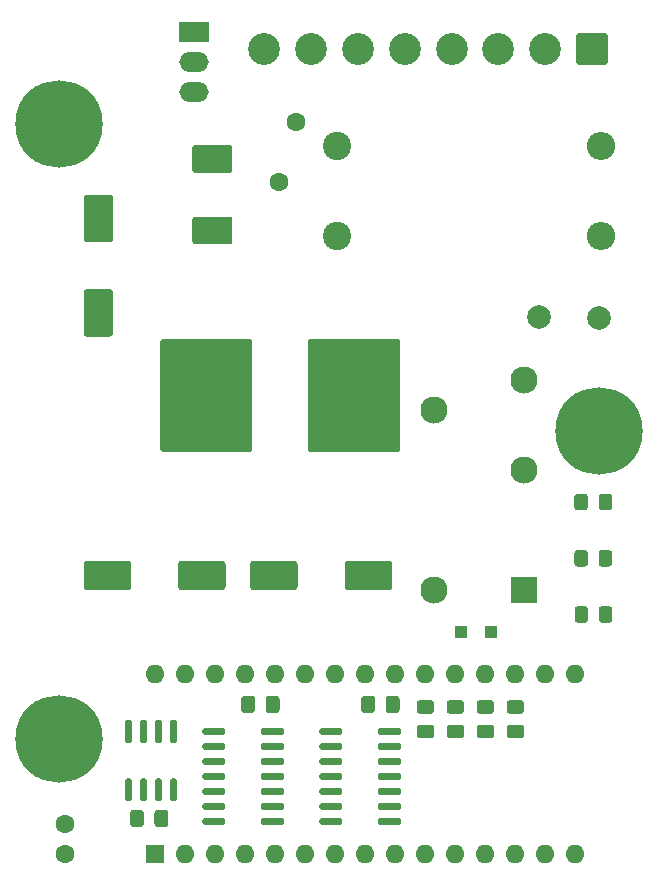
<source format=gbr>
%TF.GenerationSoftware,KiCad,Pcbnew,5.1.9-73d0e3b20d~88~ubuntu20.04.1*%
%TF.CreationDate,2021-01-20T22:49:51-06:00*%
%TF.ProjectId,control_board,636f6e74-726f-46c5-9f62-6f6172642e6b,rev?*%
%TF.SameCoordinates,Original*%
%TF.FileFunction,Soldermask,Top*%
%TF.FilePolarity,Negative*%
%FSLAX46Y46*%
G04 Gerber Fmt 4.6, Leading zero omitted, Abs format (unit mm)*
G04 Created by KiCad (PCBNEW 5.1.9-73d0e3b20d~88~ubuntu20.04.1) date 2021-01-20 22:49:51*
%MOMM*%
%LPD*%
G01*
G04 APERTURE LIST*
%ADD10C,7.400000*%
%ADD11O,2.400000X2.400000*%
%ADD12C,2.400000*%
%ADD13R,1.600000X1.600000*%
%ADD14O,1.600000X1.600000*%
%ADD15R,1.000000X1.000000*%
%ADD16C,2.000000*%
%ADD17C,2.700000*%
%ADD18R,2.300000X2.300000*%
%ADD19C,2.300000*%
%ADD20C,1.600000*%
%ADD21R,2.500000X1.700000*%
%ADD22O,2.500000X1.700000*%
G04 APERTURE END LIST*
D10*
%TO.C,REF\u002A\u002A*%
X113030000Y-36195000D03*
%TD*%
%TO.C,REF\u002A\u002A*%
X113030000Y-88265000D03*
%TD*%
%TO.C,REF\u002A\u002A*%
X158750000Y-62230000D03*
%TD*%
D11*
%TO.C,F1*%
X158925000Y-38100000D03*
D12*
X136525000Y-38100000D03*
%TD*%
D13*
%TO.C,A1*%
X121158000Y-98044000D03*
D14*
X154178000Y-82804000D03*
X123698000Y-98044000D03*
X151638000Y-82804000D03*
X126238000Y-98044000D03*
X149098000Y-82804000D03*
X128778000Y-98044000D03*
X146558000Y-82804000D03*
X131318000Y-98044000D03*
X144018000Y-82804000D03*
X133858000Y-98044000D03*
X141478000Y-82804000D03*
X136398000Y-98044000D03*
X138938000Y-82804000D03*
X138938000Y-98044000D03*
X136398000Y-82804000D03*
X141478000Y-98044000D03*
X133858000Y-82804000D03*
X144018000Y-98044000D03*
X131318000Y-82804000D03*
X146558000Y-98044000D03*
X128778000Y-82804000D03*
X149098000Y-98044000D03*
X126238000Y-82804000D03*
X151638000Y-98044000D03*
X123698000Y-82804000D03*
X154178000Y-98044000D03*
X121158000Y-82804000D03*
X156718000Y-98044000D03*
X156718000Y-82804000D03*
%TD*%
%TO.C,C3*%
G36*
G01*
X115094000Y-75422000D02*
X115094000Y-73422000D01*
G75*
G02*
X115344000Y-73172000I250000J0D01*
G01*
X118844000Y-73172000D01*
G75*
G02*
X119094000Y-73422000I0J-250000D01*
G01*
X119094000Y-75422000D01*
G75*
G02*
X118844000Y-75672000I-250000J0D01*
G01*
X115344000Y-75672000D01*
G75*
G02*
X115094000Y-75422000I0J250000D01*
G01*
G37*
G36*
G01*
X123094000Y-75422000D02*
X123094000Y-73422000D01*
G75*
G02*
X123344000Y-73172000I250000J0D01*
G01*
X126844000Y-73172000D01*
G75*
G02*
X127094000Y-73422000I0J-250000D01*
G01*
X127094000Y-75422000D01*
G75*
G02*
X126844000Y-75672000I-250000J0D01*
G01*
X123344000Y-75672000D01*
G75*
G02*
X123094000Y-75422000I0J250000D01*
G01*
G37*
%TD*%
%TO.C,C4*%
G36*
G01*
X141192000Y-73422000D02*
X141192000Y-75422000D01*
G75*
G02*
X140942000Y-75672000I-250000J0D01*
G01*
X137442000Y-75672000D01*
G75*
G02*
X137192000Y-75422000I0J250000D01*
G01*
X137192000Y-73422000D01*
G75*
G02*
X137442000Y-73172000I250000J0D01*
G01*
X140942000Y-73172000D01*
G75*
G02*
X141192000Y-73422000I0J-250000D01*
G01*
G37*
G36*
G01*
X133192000Y-73422000D02*
X133192000Y-75422000D01*
G75*
G02*
X132942000Y-75672000I-250000J0D01*
G01*
X129442000Y-75672000D01*
G75*
G02*
X129192000Y-75422000I0J250000D01*
G01*
X129192000Y-73422000D01*
G75*
G02*
X129442000Y-73172000I250000J0D01*
G01*
X132942000Y-73172000D01*
G75*
G02*
X133192000Y-73422000I0J-250000D01*
G01*
G37*
%TD*%
%TO.C,C1*%
G36*
G01*
X121576000Y-63732003D02*
X121576000Y-54631997D01*
G75*
G02*
X121825997Y-54382000I249997J0D01*
G01*
X129126003Y-54382000D01*
G75*
G02*
X129376000Y-54631997I0J-249997D01*
G01*
X129376000Y-63732003D01*
G75*
G02*
X129126003Y-63982000I-249997J0D01*
G01*
X121825997Y-63982000D01*
G75*
G02*
X121576000Y-63732003I0J249997D01*
G01*
G37*
G36*
G01*
X134076000Y-63732003D02*
X134076000Y-54631997D01*
G75*
G02*
X134325997Y-54382000I249997J0D01*
G01*
X141626003Y-54382000D01*
G75*
G02*
X141876000Y-54631997I0J-249997D01*
G01*
X141876000Y-63732003D01*
G75*
G02*
X141626003Y-63982000I-249997J0D01*
G01*
X134325997Y-63982000D01*
G75*
G02*
X134076000Y-63732003I0J249997D01*
G01*
G37*
%TD*%
%TO.C,C2*%
G36*
G01*
X117332000Y-46196000D02*
X115332000Y-46196000D01*
G75*
G02*
X115082000Y-45946000I0J250000D01*
G01*
X115082000Y-42446000D01*
G75*
G02*
X115332000Y-42196000I250000J0D01*
G01*
X117332000Y-42196000D01*
G75*
G02*
X117582000Y-42446000I0J-250000D01*
G01*
X117582000Y-45946000D01*
G75*
G02*
X117332000Y-46196000I-250000J0D01*
G01*
G37*
G36*
G01*
X117332000Y-54196000D02*
X115332000Y-54196000D01*
G75*
G02*
X115082000Y-53946000I0J250000D01*
G01*
X115082000Y-50446000D01*
G75*
G02*
X115332000Y-50196000I250000J0D01*
G01*
X117332000Y-50196000D01*
G75*
G02*
X117582000Y-50446000I0J-250000D01*
G01*
X117582000Y-53946000D01*
G75*
G02*
X117332000Y-54196000I-250000J0D01*
G01*
G37*
%TD*%
%TO.C,C5*%
G36*
G01*
X140658000Y-85819000D02*
X140658000Y-84869000D01*
G75*
G02*
X140908000Y-84619000I250000J0D01*
G01*
X141583000Y-84619000D01*
G75*
G02*
X141833000Y-84869000I0J-250000D01*
G01*
X141833000Y-85819000D01*
G75*
G02*
X141583000Y-86069000I-250000J0D01*
G01*
X140908000Y-86069000D01*
G75*
G02*
X140658000Y-85819000I0J250000D01*
G01*
G37*
G36*
G01*
X138583000Y-85819000D02*
X138583000Y-84869000D01*
G75*
G02*
X138833000Y-84619000I250000J0D01*
G01*
X139508000Y-84619000D01*
G75*
G02*
X139758000Y-84869000I0J-250000D01*
G01*
X139758000Y-85819000D01*
G75*
G02*
X139508000Y-86069000I-250000J0D01*
G01*
X138833000Y-86069000D01*
G75*
G02*
X138583000Y-85819000I0J250000D01*
G01*
G37*
%TD*%
%TO.C,C6*%
G36*
G01*
X128423000Y-85819000D02*
X128423000Y-84869000D01*
G75*
G02*
X128673000Y-84619000I250000J0D01*
G01*
X129348000Y-84619000D01*
G75*
G02*
X129598000Y-84869000I0J-250000D01*
G01*
X129598000Y-85819000D01*
G75*
G02*
X129348000Y-86069000I-250000J0D01*
G01*
X128673000Y-86069000D01*
G75*
G02*
X128423000Y-85819000I0J250000D01*
G01*
G37*
G36*
G01*
X130498000Y-85819000D02*
X130498000Y-84869000D01*
G75*
G02*
X130748000Y-84619000I250000J0D01*
G01*
X131423000Y-84619000D01*
G75*
G02*
X131673000Y-84869000I0J-250000D01*
G01*
X131673000Y-85819000D01*
G75*
G02*
X131423000Y-86069000I-250000J0D01*
G01*
X130748000Y-86069000D01*
G75*
G02*
X130498000Y-85819000I0J250000D01*
G01*
G37*
%TD*%
%TO.C,C7*%
G36*
G01*
X151163000Y-84967500D02*
X152113000Y-84967500D01*
G75*
G02*
X152363000Y-85217500I0J-250000D01*
G01*
X152363000Y-85892500D01*
G75*
G02*
X152113000Y-86142500I-250000J0D01*
G01*
X151163000Y-86142500D01*
G75*
G02*
X150913000Y-85892500I0J250000D01*
G01*
X150913000Y-85217500D01*
G75*
G02*
X151163000Y-84967500I250000J0D01*
G01*
G37*
G36*
G01*
X151163000Y-87042500D02*
X152113000Y-87042500D01*
G75*
G02*
X152363000Y-87292500I0J-250000D01*
G01*
X152363000Y-87967500D01*
G75*
G02*
X152113000Y-88217500I-250000J0D01*
G01*
X151163000Y-88217500D01*
G75*
G02*
X150913000Y-87967500I0J250000D01*
G01*
X150913000Y-87292500D01*
G75*
G02*
X151163000Y-87042500I250000J0D01*
G01*
G37*
%TD*%
%TO.C,C8*%
G36*
G01*
X148623000Y-84967500D02*
X149573000Y-84967500D01*
G75*
G02*
X149823000Y-85217500I0J-250000D01*
G01*
X149823000Y-85892500D01*
G75*
G02*
X149573000Y-86142500I-250000J0D01*
G01*
X148623000Y-86142500D01*
G75*
G02*
X148373000Y-85892500I0J250000D01*
G01*
X148373000Y-85217500D01*
G75*
G02*
X148623000Y-84967500I250000J0D01*
G01*
G37*
G36*
G01*
X148623000Y-87042500D02*
X149573000Y-87042500D01*
G75*
G02*
X149823000Y-87292500I0J-250000D01*
G01*
X149823000Y-87967500D01*
G75*
G02*
X149573000Y-88217500I-250000J0D01*
G01*
X148623000Y-88217500D01*
G75*
G02*
X148373000Y-87967500I0J250000D01*
G01*
X148373000Y-87292500D01*
G75*
G02*
X148623000Y-87042500I250000J0D01*
G01*
G37*
%TD*%
%TO.C,C9*%
G36*
G01*
X146083000Y-87042500D02*
X147033000Y-87042500D01*
G75*
G02*
X147283000Y-87292500I0J-250000D01*
G01*
X147283000Y-87967500D01*
G75*
G02*
X147033000Y-88217500I-250000J0D01*
G01*
X146083000Y-88217500D01*
G75*
G02*
X145833000Y-87967500I0J250000D01*
G01*
X145833000Y-87292500D01*
G75*
G02*
X146083000Y-87042500I250000J0D01*
G01*
G37*
G36*
G01*
X146083000Y-84967500D02*
X147033000Y-84967500D01*
G75*
G02*
X147283000Y-85217500I0J-250000D01*
G01*
X147283000Y-85892500D01*
G75*
G02*
X147033000Y-86142500I-250000J0D01*
G01*
X146083000Y-86142500D01*
G75*
G02*
X145833000Y-85892500I0J250000D01*
G01*
X145833000Y-85217500D01*
G75*
G02*
X146083000Y-84967500I250000J0D01*
G01*
G37*
%TD*%
%TO.C,C10*%
G36*
G01*
X143543000Y-84967500D02*
X144493000Y-84967500D01*
G75*
G02*
X144743000Y-85217500I0J-250000D01*
G01*
X144743000Y-85892500D01*
G75*
G02*
X144493000Y-86142500I-250000J0D01*
G01*
X143543000Y-86142500D01*
G75*
G02*
X143293000Y-85892500I0J250000D01*
G01*
X143293000Y-85217500D01*
G75*
G02*
X143543000Y-84967500I250000J0D01*
G01*
G37*
G36*
G01*
X143543000Y-87042500D02*
X144493000Y-87042500D01*
G75*
G02*
X144743000Y-87292500I0J-250000D01*
G01*
X144743000Y-87967500D01*
G75*
G02*
X144493000Y-88217500I-250000J0D01*
G01*
X143543000Y-88217500D01*
G75*
G02*
X143293000Y-87967500I0J250000D01*
G01*
X143293000Y-87292500D01*
G75*
G02*
X143543000Y-87042500I250000J0D01*
G01*
G37*
%TD*%
%TO.C,C11*%
G36*
G01*
X121078500Y-95471000D02*
X121078500Y-94521000D01*
G75*
G02*
X121328500Y-94271000I250000J0D01*
G01*
X122003500Y-94271000D01*
G75*
G02*
X122253500Y-94521000I0J-250000D01*
G01*
X122253500Y-95471000D01*
G75*
G02*
X122003500Y-95721000I-250000J0D01*
G01*
X121328500Y-95721000D01*
G75*
G02*
X121078500Y-95471000I0J250000D01*
G01*
G37*
G36*
G01*
X119003500Y-95471000D02*
X119003500Y-94521000D01*
G75*
G02*
X119253500Y-94271000I250000J0D01*
G01*
X119928500Y-94271000D01*
G75*
G02*
X120178500Y-94521000I0J-250000D01*
G01*
X120178500Y-95471000D01*
G75*
G02*
X119928500Y-95721000I-250000J0D01*
G01*
X119253500Y-95721000D01*
G75*
G02*
X119003500Y-95471000I0J250000D01*
G01*
G37*
%TD*%
D15*
%TO.C,D3*%
X147066000Y-79248000D03*
X149566000Y-79248000D03*
%TD*%
%TO.C,D4*%
G36*
G01*
X158701000Y-78174001D02*
X158701000Y-77273999D01*
G75*
G02*
X158950999Y-77024000I249999J0D01*
G01*
X159601001Y-77024000D01*
G75*
G02*
X159851000Y-77273999I0J-249999D01*
G01*
X159851000Y-78174001D01*
G75*
G02*
X159601001Y-78424000I-249999J0D01*
G01*
X158950999Y-78424000D01*
G75*
G02*
X158701000Y-78174001I0J249999D01*
G01*
G37*
G36*
G01*
X156651000Y-78174001D02*
X156651000Y-77273999D01*
G75*
G02*
X156900999Y-77024000I249999J0D01*
G01*
X157551001Y-77024000D01*
G75*
G02*
X157801000Y-77273999I0J-249999D01*
G01*
X157801000Y-78174001D01*
G75*
G02*
X157551001Y-78424000I-249999J0D01*
G01*
X156900999Y-78424000D01*
G75*
G02*
X156651000Y-78174001I0J249999D01*
G01*
G37*
%TD*%
%TO.C,D5*%
G36*
G01*
X156633000Y-73414001D02*
X156633000Y-72513999D01*
G75*
G02*
X156882999Y-72264000I249999J0D01*
G01*
X157533001Y-72264000D01*
G75*
G02*
X157783000Y-72513999I0J-249999D01*
G01*
X157783000Y-73414001D01*
G75*
G02*
X157533001Y-73664000I-249999J0D01*
G01*
X156882999Y-73664000D01*
G75*
G02*
X156633000Y-73414001I0J249999D01*
G01*
G37*
G36*
G01*
X158683000Y-73414001D02*
X158683000Y-72513999D01*
G75*
G02*
X158932999Y-72264000I249999J0D01*
G01*
X159583001Y-72264000D01*
G75*
G02*
X159833000Y-72513999I0J-249999D01*
G01*
X159833000Y-73414001D01*
G75*
G02*
X159583001Y-73664000I-249999J0D01*
G01*
X158932999Y-73664000D01*
G75*
G02*
X158683000Y-73414001I0J249999D01*
G01*
G37*
%TD*%
%TO.C,D6*%
G36*
G01*
X156633000Y-68654001D02*
X156633000Y-67753999D01*
G75*
G02*
X156882999Y-67504000I249999J0D01*
G01*
X157533001Y-67504000D01*
G75*
G02*
X157783000Y-67753999I0J-249999D01*
G01*
X157783000Y-68654001D01*
G75*
G02*
X157533001Y-68904000I-249999J0D01*
G01*
X156882999Y-68904000D01*
G75*
G02*
X156633000Y-68654001I0J249999D01*
G01*
G37*
G36*
G01*
X158683000Y-68654001D02*
X158683000Y-67753999D01*
G75*
G02*
X158932999Y-67504000I249999J0D01*
G01*
X159583001Y-67504000D01*
G75*
G02*
X159833000Y-67753999I0J-249999D01*
G01*
X159833000Y-68654001D01*
G75*
G02*
X159583001Y-68904000I-249999J0D01*
G01*
X158932999Y-68904000D01*
G75*
G02*
X158683000Y-68654001I0J249999D01*
G01*
G37*
%TD*%
D11*
%TO.C,F2*%
X158925000Y-45720000D03*
D12*
X136525000Y-45720000D03*
%TD*%
D16*
%TO.C,F6*%
X158750000Y-52588000D03*
X153670000Y-52578000D03*
%TD*%
%TO.C,J1*%
G36*
G01*
X159465000Y-28745001D02*
X159465000Y-30944999D01*
G75*
G02*
X159214999Y-31195000I-250001J0D01*
G01*
X157015001Y-31195000D01*
G75*
G02*
X156765000Y-30944999I0J250001D01*
G01*
X156765000Y-28745001D01*
G75*
G02*
X157015001Y-28495000I250001J0D01*
G01*
X159214999Y-28495000D01*
G75*
G02*
X159465000Y-28745001I0J-250001D01*
G01*
G37*
D17*
X154155000Y-29845000D03*
X150195000Y-29845000D03*
X146235000Y-29845000D03*
X142275000Y-29845000D03*
X138315000Y-29845000D03*
X134355000Y-29845000D03*
X130395000Y-29845000D03*
%TD*%
D18*
%TO.C,K1*%
X152400000Y-75692000D03*
D19*
X152400000Y-65532000D03*
X152400000Y-57912000D03*
X144780000Y-60452000D03*
X144780000Y-75692000D03*
%TD*%
%TO.C,L1*%
G36*
G01*
X127449000Y-46387000D02*
X124519000Y-46387000D01*
G75*
G02*
X124284000Y-46152000I0J235000D01*
G01*
X124284000Y-44272000D01*
G75*
G02*
X124519000Y-44037000I235000J0D01*
G01*
X127449000Y-44037000D01*
G75*
G02*
X127684000Y-44272000I0J-235000D01*
G01*
X127684000Y-46152000D01*
G75*
G02*
X127449000Y-46387000I-235000J0D01*
G01*
G37*
G36*
G01*
X127449000Y-40337000D02*
X124519000Y-40337000D01*
G75*
G02*
X124284000Y-40102000I0J235000D01*
G01*
X124284000Y-38222000D01*
G75*
G02*
X124519000Y-37987000I235000J0D01*
G01*
X127449000Y-37987000D01*
G75*
G02*
X127684000Y-38222000I0J-235000D01*
G01*
X127684000Y-40102000D01*
G75*
G02*
X127449000Y-40337000I-235000J0D01*
G01*
G37*
%TD*%
D20*
%TO.C,RV1*%
X133096000Y-36068000D03*
X131629330Y-41068000D03*
%TD*%
%TO.C,TH1*%
X113538000Y-95504000D03*
X113538000Y-98044000D03*
%TD*%
D21*
%TO.C,U2*%
X124460000Y-28448000D03*
D22*
X124460000Y-30988000D03*
X124460000Y-33528000D03*
%TD*%
%TO.C,U3*%
G36*
G01*
X136995000Y-95100000D02*
X136995000Y-95400000D01*
G75*
G02*
X136845000Y-95550000I-150000J0D01*
G01*
X135195000Y-95550000D01*
G75*
G02*
X135045000Y-95400000I0J150000D01*
G01*
X135045000Y-95100000D01*
G75*
G02*
X135195000Y-94950000I150000J0D01*
G01*
X136845000Y-94950000D01*
G75*
G02*
X136995000Y-95100000I0J-150000D01*
G01*
G37*
G36*
G01*
X136995000Y-93830000D02*
X136995000Y-94130000D01*
G75*
G02*
X136845000Y-94280000I-150000J0D01*
G01*
X135195000Y-94280000D01*
G75*
G02*
X135045000Y-94130000I0J150000D01*
G01*
X135045000Y-93830000D01*
G75*
G02*
X135195000Y-93680000I150000J0D01*
G01*
X136845000Y-93680000D01*
G75*
G02*
X136995000Y-93830000I0J-150000D01*
G01*
G37*
G36*
G01*
X136995000Y-92560000D02*
X136995000Y-92860000D01*
G75*
G02*
X136845000Y-93010000I-150000J0D01*
G01*
X135195000Y-93010000D01*
G75*
G02*
X135045000Y-92860000I0J150000D01*
G01*
X135045000Y-92560000D01*
G75*
G02*
X135195000Y-92410000I150000J0D01*
G01*
X136845000Y-92410000D01*
G75*
G02*
X136995000Y-92560000I0J-150000D01*
G01*
G37*
G36*
G01*
X136995000Y-91290000D02*
X136995000Y-91590000D01*
G75*
G02*
X136845000Y-91740000I-150000J0D01*
G01*
X135195000Y-91740000D01*
G75*
G02*
X135045000Y-91590000I0J150000D01*
G01*
X135045000Y-91290000D01*
G75*
G02*
X135195000Y-91140000I150000J0D01*
G01*
X136845000Y-91140000D01*
G75*
G02*
X136995000Y-91290000I0J-150000D01*
G01*
G37*
G36*
G01*
X136995000Y-90020000D02*
X136995000Y-90320000D01*
G75*
G02*
X136845000Y-90470000I-150000J0D01*
G01*
X135195000Y-90470000D01*
G75*
G02*
X135045000Y-90320000I0J150000D01*
G01*
X135045000Y-90020000D01*
G75*
G02*
X135195000Y-89870000I150000J0D01*
G01*
X136845000Y-89870000D01*
G75*
G02*
X136995000Y-90020000I0J-150000D01*
G01*
G37*
G36*
G01*
X136995000Y-88750000D02*
X136995000Y-89050000D01*
G75*
G02*
X136845000Y-89200000I-150000J0D01*
G01*
X135195000Y-89200000D01*
G75*
G02*
X135045000Y-89050000I0J150000D01*
G01*
X135045000Y-88750000D01*
G75*
G02*
X135195000Y-88600000I150000J0D01*
G01*
X136845000Y-88600000D01*
G75*
G02*
X136995000Y-88750000I0J-150000D01*
G01*
G37*
G36*
G01*
X136995000Y-87480000D02*
X136995000Y-87780000D01*
G75*
G02*
X136845000Y-87930000I-150000J0D01*
G01*
X135195000Y-87930000D01*
G75*
G02*
X135045000Y-87780000I0J150000D01*
G01*
X135045000Y-87480000D01*
G75*
G02*
X135195000Y-87330000I150000J0D01*
G01*
X136845000Y-87330000D01*
G75*
G02*
X136995000Y-87480000I0J-150000D01*
G01*
G37*
G36*
G01*
X141945000Y-87480000D02*
X141945000Y-87780000D01*
G75*
G02*
X141795000Y-87930000I-150000J0D01*
G01*
X140145000Y-87930000D01*
G75*
G02*
X139995000Y-87780000I0J150000D01*
G01*
X139995000Y-87480000D01*
G75*
G02*
X140145000Y-87330000I150000J0D01*
G01*
X141795000Y-87330000D01*
G75*
G02*
X141945000Y-87480000I0J-150000D01*
G01*
G37*
G36*
G01*
X141945000Y-88750000D02*
X141945000Y-89050000D01*
G75*
G02*
X141795000Y-89200000I-150000J0D01*
G01*
X140145000Y-89200000D01*
G75*
G02*
X139995000Y-89050000I0J150000D01*
G01*
X139995000Y-88750000D01*
G75*
G02*
X140145000Y-88600000I150000J0D01*
G01*
X141795000Y-88600000D01*
G75*
G02*
X141945000Y-88750000I0J-150000D01*
G01*
G37*
G36*
G01*
X141945000Y-90020000D02*
X141945000Y-90320000D01*
G75*
G02*
X141795000Y-90470000I-150000J0D01*
G01*
X140145000Y-90470000D01*
G75*
G02*
X139995000Y-90320000I0J150000D01*
G01*
X139995000Y-90020000D01*
G75*
G02*
X140145000Y-89870000I150000J0D01*
G01*
X141795000Y-89870000D01*
G75*
G02*
X141945000Y-90020000I0J-150000D01*
G01*
G37*
G36*
G01*
X141945000Y-91290000D02*
X141945000Y-91590000D01*
G75*
G02*
X141795000Y-91740000I-150000J0D01*
G01*
X140145000Y-91740000D01*
G75*
G02*
X139995000Y-91590000I0J150000D01*
G01*
X139995000Y-91290000D01*
G75*
G02*
X140145000Y-91140000I150000J0D01*
G01*
X141795000Y-91140000D01*
G75*
G02*
X141945000Y-91290000I0J-150000D01*
G01*
G37*
G36*
G01*
X141945000Y-92560000D02*
X141945000Y-92860000D01*
G75*
G02*
X141795000Y-93010000I-150000J0D01*
G01*
X140145000Y-93010000D01*
G75*
G02*
X139995000Y-92860000I0J150000D01*
G01*
X139995000Y-92560000D01*
G75*
G02*
X140145000Y-92410000I150000J0D01*
G01*
X141795000Y-92410000D01*
G75*
G02*
X141945000Y-92560000I0J-150000D01*
G01*
G37*
G36*
G01*
X141945000Y-93830000D02*
X141945000Y-94130000D01*
G75*
G02*
X141795000Y-94280000I-150000J0D01*
G01*
X140145000Y-94280000D01*
G75*
G02*
X139995000Y-94130000I0J150000D01*
G01*
X139995000Y-93830000D01*
G75*
G02*
X140145000Y-93680000I150000J0D01*
G01*
X141795000Y-93680000D01*
G75*
G02*
X141945000Y-93830000I0J-150000D01*
G01*
G37*
G36*
G01*
X141945000Y-95100000D02*
X141945000Y-95400000D01*
G75*
G02*
X141795000Y-95550000I-150000J0D01*
G01*
X140145000Y-95550000D01*
G75*
G02*
X139995000Y-95400000I0J150000D01*
G01*
X139995000Y-95100000D01*
G75*
G02*
X140145000Y-94950000I150000J0D01*
G01*
X141795000Y-94950000D01*
G75*
G02*
X141945000Y-95100000I0J-150000D01*
G01*
G37*
%TD*%
%TO.C,U4*%
G36*
G01*
X132039000Y-95100000D02*
X132039000Y-95400000D01*
G75*
G02*
X131889000Y-95550000I-150000J0D01*
G01*
X130239000Y-95550000D01*
G75*
G02*
X130089000Y-95400000I0J150000D01*
G01*
X130089000Y-95100000D01*
G75*
G02*
X130239000Y-94950000I150000J0D01*
G01*
X131889000Y-94950000D01*
G75*
G02*
X132039000Y-95100000I0J-150000D01*
G01*
G37*
G36*
G01*
X132039000Y-93830000D02*
X132039000Y-94130000D01*
G75*
G02*
X131889000Y-94280000I-150000J0D01*
G01*
X130239000Y-94280000D01*
G75*
G02*
X130089000Y-94130000I0J150000D01*
G01*
X130089000Y-93830000D01*
G75*
G02*
X130239000Y-93680000I150000J0D01*
G01*
X131889000Y-93680000D01*
G75*
G02*
X132039000Y-93830000I0J-150000D01*
G01*
G37*
G36*
G01*
X132039000Y-92560000D02*
X132039000Y-92860000D01*
G75*
G02*
X131889000Y-93010000I-150000J0D01*
G01*
X130239000Y-93010000D01*
G75*
G02*
X130089000Y-92860000I0J150000D01*
G01*
X130089000Y-92560000D01*
G75*
G02*
X130239000Y-92410000I150000J0D01*
G01*
X131889000Y-92410000D01*
G75*
G02*
X132039000Y-92560000I0J-150000D01*
G01*
G37*
G36*
G01*
X132039000Y-91290000D02*
X132039000Y-91590000D01*
G75*
G02*
X131889000Y-91740000I-150000J0D01*
G01*
X130239000Y-91740000D01*
G75*
G02*
X130089000Y-91590000I0J150000D01*
G01*
X130089000Y-91290000D01*
G75*
G02*
X130239000Y-91140000I150000J0D01*
G01*
X131889000Y-91140000D01*
G75*
G02*
X132039000Y-91290000I0J-150000D01*
G01*
G37*
G36*
G01*
X132039000Y-90020000D02*
X132039000Y-90320000D01*
G75*
G02*
X131889000Y-90470000I-150000J0D01*
G01*
X130239000Y-90470000D01*
G75*
G02*
X130089000Y-90320000I0J150000D01*
G01*
X130089000Y-90020000D01*
G75*
G02*
X130239000Y-89870000I150000J0D01*
G01*
X131889000Y-89870000D01*
G75*
G02*
X132039000Y-90020000I0J-150000D01*
G01*
G37*
G36*
G01*
X132039000Y-88750000D02*
X132039000Y-89050000D01*
G75*
G02*
X131889000Y-89200000I-150000J0D01*
G01*
X130239000Y-89200000D01*
G75*
G02*
X130089000Y-89050000I0J150000D01*
G01*
X130089000Y-88750000D01*
G75*
G02*
X130239000Y-88600000I150000J0D01*
G01*
X131889000Y-88600000D01*
G75*
G02*
X132039000Y-88750000I0J-150000D01*
G01*
G37*
G36*
G01*
X132039000Y-87480000D02*
X132039000Y-87780000D01*
G75*
G02*
X131889000Y-87930000I-150000J0D01*
G01*
X130239000Y-87930000D01*
G75*
G02*
X130089000Y-87780000I0J150000D01*
G01*
X130089000Y-87480000D01*
G75*
G02*
X130239000Y-87330000I150000J0D01*
G01*
X131889000Y-87330000D01*
G75*
G02*
X132039000Y-87480000I0J-150000D01*
G01*
G37*
G36*
G01*
X127089000Y-87480000D02*
X127089000Y-87780000D01*
G75*
G02*
X126939000Y-87930000I-150000J0D01*
G01*
X125289000Y-87930000D01*
G75*
G02*
X125139000Y-87780000I0J150000D01*
G01*
X125139000Y-87480000D01*
G75*
G02*
X125289000Y-87330000I150000J0D01*
G01*
X126939000Y-87330000D01*
G75*
G02*
X127089000Y-87480000I0J-150000D01*
G01*
G37*
G36*
G01*
X127089000Y-88750000D02*
X127089000Y-89050000D01*
G75*
G02*
X126939000Y-89200000I-150000J0D01*
G01*
X125289000Y-89200000D01*
G75*
G02*
X125139000Y-89050000I0J150000D01*
G01*
X125139000Y-88750000D01*
G75*
G02*
X125289000Y-88600000I150000J0D01*
G01*
X126939000Y-88600000D01*
G75*
G02*
X127089000Y-88750000I0J-150000D01*
G01*
G37*
G36*
G01*
X127089000Y-90020000D02*
X127089000Y-90320000D01*
G75*
G02*
X126939000Y-90470000I-150000J0D01*
G01*
X125289000Y-90470000D01*
G75*
G02*
X125139000Y-90320000I0J150000D01*
G01*
X125139000Y-90020000D01*
G75*
G02*
X125289000Y-89870000I150000J0D01*
G01*
X126939000Y-89870000D01*
G75*
G02*
X127089000Y-90020000I0J-150000D01*
G01*
G37*
G36*
G01*
X127089000Y-91290000D02*
X127089000Y-91590000D01*
G75*
G02*
X126939000Y-91740000I-150000J0D01*
G01*
X125289000Y-91740000D01*
G75*
G02*
X125139000Y-91590000I0J150000D01*
G01*
X125139000Y-91290000D01*
G75*
G02*
X125289000Y-91140000I150000J0D01*
G01*
X126939000Y-91140000D01*
G75*
G02*
X127089000Y-91290000I0J-150000D01*
G01*
G37*
G36*
G01*
X127089000Y-92560000D02*
X127089000Y-92860000D01*
G75*
G02*
X126939000Y-93010000I-150000J0D01*
G01*
X125289000Y-93010000D01*
G75*
G02*
X125139000Y-92860000I0J150000D01*
G01*
X125139000Y-92560000D01*
G75*
G02*
X125289000Y-92410000I150000J0D01*
G01*
X126939000Y-92410000D01*
G75*
G02*
X127089000Y-92560000I0J-150000D01*
G01*
G37*
G36*
G01*
X127089000Y-93830000D02*
X127089000Y-94130000D01*
G75*
G02*
X126939000Y-94280000I-150000J0D01*
G01*
X125289000Y-94280000D01*
G75*
G02*
X125139000Y-94130000I0J150000D01*
G01*
X125139000Y-93830000D01*
G75*
G02*
X125289000Y-93680000I150000J0D01*
G01*
X126939000Y-93680000D01*
G75*
G02*
X127089000Y-93830000I0J-150000D01*
G01*
G37*
G36*
G01*
X127089000Y-95100000D02*
X127089000Y-95400000D01*
G75*
G02*
X126939000Y-95550000I-150000J0D01*
G01*
X125289000Y-95550000D01*
G75*
G02*
X125139000Y-95400000I0J150000D01*
G01*
X125139000Y-95100000D01*
G75*
G02*
X125289000Y-94950000I150000J0D01*
G01*
X126939000Y-94950000D01*
G75*
G02*
X127089000Y-95100000I0J-150000D01*
G01*
G37*
%TD*%
%TO.C,U5*%
G36*
G01*
X119022000Y-93555000D02*
X118722000Y-93555000D01*
G75*
G02*
X118572000Y-93405000I0J150000D01*
G01*
X118572000Y-91755000D01*
G75*
G02*
X118722000Y-91605000I150000J0D01*
G01*
X119022000Y-91605000D01*
G75*
G02*
X119172000Y-91755000I0J-150000D01*
G01*
X119172000Y-93405000D01*
G75*
G02*
X119022000Y-93555000I-150000J0D01*
G01*
G37*
G36*
G01*
X120292000Y-93555000D02*
X119992000Y-93555000D01*
G75*
G02*
X119842000Y-93405000I0J150000D01*
G01*
X119842000Y-91755000D01*
G75*
G02*
X119992000Y-91605000I150000J0D01*
G01*
X120292000Y-91605000D01*
G75*
G02*
X120442000Y-91755000I0J-150000D01*
G01*
X120442000Y-93405000D01*
G75*
G02*
X120292000Y-93555000I-150000J0D01*
G01*
G37*
G36*
G01*
X121562000Y-93555000D02*
X121262000Y-93555000D01*
G75*
G02*
X121112000Y-93405000I0J150000D01*
G01*
X121112000Y-91755000D01*
G75*
G02*
X121262000Y-91605000I150000J0D01*
G01*
X121562000Y-91605000D01*
G75*
G02*
X121712000Y-91755000I0J-150000D01*
G01*
X121712000Y-93405000D01*
G75*
G02*
X121562000Y-93555000I-150000J0D01*
G01*
G37*
G36*
G01*
X122832000Y-93555000D02*
X122532000Y-93555000D01*
G75*
G02*
X122382000Y-93405000I0J150000D01*
G01*
X122382000Y-91755000D01*
G75*
G02*
X122532000Y-91605000I150000J0D01*
G01*
X122832000Y-91605000D01*
G75*
G02*
X122982000Y-91755000I0J-150000D01*
G01*
X122982000Y-93405000D01*
G75*
G02*
X122832000Y-93555000I-150000J0D01*
G01*
G37*
G36*
G01*
X122832000Y-88605000D02*
X122532000Y-88605000D01*
G75*
G02*
X122382000Y-88455000I0J150000D01*
G01*
X122382000Y-86805000D01*
G75*
G02*
X122532000Y-86655000I150000J0D01*
G01*
X122832000Y-86655000D01*
G75*
G02*
X122982000Y-86805000I0J-150000D01*
G01*
X122982000Y-88455000D01*
G75*
G02*
X122832000Y-88605000I-150000J0D01*
G01*
G37*
G36*
G01*
X121562000Y-88605000D02*
X121262000Y-88605000D01*
G75*
G02*
X121112000Y-88455000I0J150000D01*
G01*
X121112000Y-86805000D01*
G75*
G02*
X121262000Y-86655000I150000J0D01*
G01*
X121562000Y-86655000D01*
G75*
G02*
X121712000Y-86805000I0J-150000D01*
G01*
X121712000Y-88455000D01*
G75*
G02*
X121562000Y-88605000I-150000J0D01*
G01*
G37*
G36*
G01*
X120292000Y-88605000D02*
X119992000Y-88605000D01*
G75*
G02*
X119842000Y-88455000I0J150000D01*
G01*
X119842000Y-86805000D01*
G75*
G02*
X119992000Y-86655000I150000J0D01*
G01*
X120292000Y-86655000D01*
G75*
G02*
X120442000Y-86805000I0J-150000D01*
G01*
X120442000Y-88455000D01*
G75*
G02*
X120292000Y-88605000I-150000J0D01*
G01*
G37*
G36*
G01*
X119022000Y-88605000D02*
X118722000Y-88605000D01*
G75*
G02*
X118572000Y-88455000I0J150000D01*
G01*
X118572000Y-86805000D01*
G75*
G02*
X118722000Y-86655000I150000J0D01*
G01*
X119022000Y-86655000D01*
G75*
G02*
X119172000Y-86805000I0J-150000D01*
G01*
X119172000Y-88455000D01*
G75*
G02*
X119022000Y-88605000I-150000J0D01*
G01*
G37*
%TD*%
M02*

</source>
